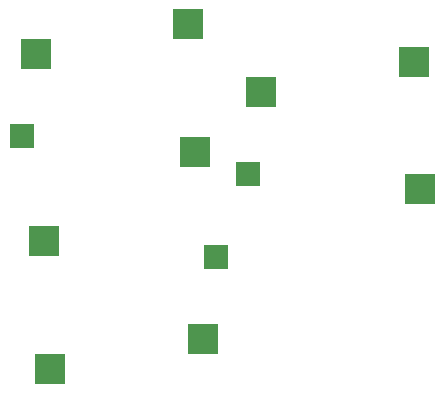
<source format=gbr>
G04 #@! TF.GenerationSoftware,KiCad,Pcbnew,(5.1.4)-1*
G04 #@! TF.CreationDate,2023-09-09T05:27:56-04:00*
G04 #@! TF.ProjectId,ThumbsUp,5468756d-6273-4557-902e-6b696361645f,rev?*
G04 #@! TF.SameCoordinates,Original*
G04 #@! TF.FileFunction,Paste,Bot*
G04 #@! TF.FilePolarity,Positive*
%FSLAX46Y46*%
G04 Gerber Fmt 4.6, Leading zero omitted, Abs format (unit mm)*
G04 Created by KiCad (PCBNEW (5.1.4)-1) date 2023-09-09 05:27:56*
%MOMM*%
%LPD*%
G04 APERTURE LIST*
%ADD10R,2.550000X2.500000*%
%ADD11R,2.000000X2.000000*%
G04 APERTURE END LIST*
D10*
X-54620455Y-361371918D03*
D11*
X-69220455Y-360021918D03*
D10*
X-55178455Y-350541918D03*
X-68105455Y-353081918D03*
X-73700000Y-358171918D03*
D11*
X-88300000Y-356821918D03*
D10*
X-74258000Y-347341918D03*
X-87185000Y-349881918D03*
X-86500000Y-365730000D03*
D11*
X-71900000Y-367080000D03*
D10*
X-85942000Y-376560000D03*
X-73015000Y-374020000D03*
M02*

</source>
